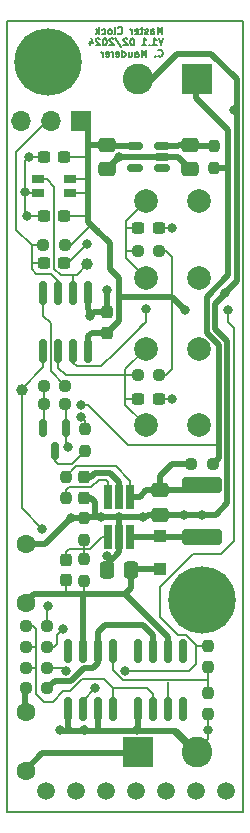
<source format=gbr>
%TF.GenerationSoftware,KiCad,Pcbnew,7.0.10*%
%TF.CreationDate,2024-02-17T17:59:33+01:00*%
%TF.ProjectId,Master_Clock,4d617374-6572-45f4-936c-6f636b2e6b69,1.1*%
%TF.SameCoordinates,Original*%
%TF.FileFunction,Copper,L2,Bot*%
%TF.FilePolarity,Positive*%
%FSLAX46Y46*%
G04 Gerber Fmt 4.6, Leading zero omitted, Abs format (unit mm)*
G04 Created by KiCad (PCBNEW 7.0.10) date 2024-02-17 17:59:33*
%MOMM*%
%LPD*%
G01*
G04 APERTURE LIST*
G04 Aperture macros list*
%AMRoundRect*
0 Rectangle with rounded corners*
0 $1 Rounding radius*
0 $2 $3 $4 $5 $6 $7 $8 $9 X,Y pos of 4 corners*
0 Add a 4 corners polygon primitive as box body*
4,1,4,$2,$3,$4,$5,$6,$7,$8,$9,$2,$3,0*
0 Add four circle primitives for the rounded corners*
1,1,$1+$1,$2,$3*
1,1,$1+$1,$4,$5*
1,1,$1+$1,$6,$7*
1,1,$1+$1,$8,$9*
0 Add four rect primitives between the rounded corners*
20,1,$1+$1,$2,$3,$4,$5,0*
20,1,$1+$1,$4,$5,$6,$7,0*
20,1,$1+$1,$6,$7,$8,$9,0*
20,1,$1+$1,$8,$9,$2,$3,0*%
G04 Aperture macros list end*
%ADD10C,0.150000*%
%TA.AperFunction,NonConductor*%
%ADD11C,0.150000*%
%TD*%
%TA.AperFunction,ComponentPad*%
%ADD12R,2.600000X2.600000*%
%TD*%
%TA.AperFunction,ComponentPad*%
%ADD13C,2.600000*%
%TD*%
%TA.AperFunction,ComponentPad*%
%ADD14C,5.700000*%
%TD*%
%TA.AperFunction,ComponentPad*%
%ADD15C,2.000000*%
%TD*%
%TA.AperFunction,ComponentPad*%
%ADD16C,1.600000*%
%TD*%
%TA.AperFunction,ComponentPad*%
%ADD17R,1.700000X1.700000*%
%TD*%
%TA.AperFunction,ComponentPad*%
%ADD18O,1.700000X1.700000*%
%TD*%
%TA.AperFunction,SMDPad,CuDef*%
%ADD19RoundRect,0.237500X0.300000X0.237500X-0.300000X0.237500X-0.300000X-0.237500X0.300000X-0.237500X0*%
%TD*%
%TA.AperFunction,SMDPad,CuDef*%
%ADD20RoundRect,0.250000X0.300000X-0.300000X0.300000X0.300000X-0.300000X0.300000X-0.300000X-0.300000X0*%
%TD*%
%TA.AperFunction,SMDPad,CuDef*%
%ADD21RoundRect,0.237500X-0.250000X-0.237500X0.250000X-0.237500X0.250000X0.237500X-0.250000X0.237500X0*%
%TD*%
%TA.AperFunction,SMDPad,CuDef*%
%ADD22RoundRect,0.150000X-0.150000X0.587500X-0.150000X-0.587500X0.150000X-0.587500X0.150000X0.587500X0*%
%TD*%
%TA.AperFunction,SMDPad,CuDef*%
%ADD23RoundRect,0.250000X-0.475000X0.337500X-0.475000X-0.337500X0.475000X-0.337500X0.475000X0.337500X0*%
%TD*%
%TA.AperFunction,SMDPad,CuDef*%
%ADD24RoundRect,0.237500X-0.237500X0.250000X-0.237500X-0.250000X0.237500X-0.250000X0.237500X0.250000X0*%
%TD*%
%TA.AperFunction,SMDPad,CuDef*%
%ADD25RoundRect,0.237500X-0.300000X-0.237500X0.300000X-0.237500X0.300000X0.237500X-0.300000X0.237500X0*%
%TD*%
%TA.AperFunction,SMDPad,CuDef*%
%ADD26C,1.500000*%
%TD*%
%TA.AperFunction,SMDPad,CuDef*%
%ADD27RoundRect,0.237500X-0.237500X0.300000X-0.237500X-0.300000X0.237500X-0.300000X0.237500X0.300000X0*%
%TD*%
%TA.AperFunction,SMDPad,CuDef*%
%ADD28RoundRect,0.237500X0.237500X-0.250000X0.237500X0.250000X-0.237500X0.250000X-0.237500X-0.250000X0*%
%TD*%
%TA.AperFunction,SMDPad,CuDef*%
%ADD29R,0.650000X2.000000*%
%TD*%
%TA.AperFunction,SMDPad,CuDef*%
%ADD30RoundRect,0.237500X0.237500X-0.300000X0.237500X0.300000X-0.237500X0.300000X-0.237500X-0.300000X0*%
%TD*%
%TA.AperFunction,SMDPad,CuDef*%
%ADD31C,1.000000*%
%TD*%
%TA.AperFunction,SMDPad,CuDef*%
%ADD32RoundRect,0.150000X0.150000X-0.825000X0.150000X0.825000X-0.150000X0.825000X-0.150000X-0.825000X0*%
%TD*%
%TA.AperFunction,SMDPad,CuDef*%
%ADD33RoundRect,0.237500X0.250000X0.237500X-0.250000X0.237500X-0.250000X-0.237500X0.250000X-0.237500X0*%
%TD*%
%TA.AperFunction,SMDPad,CuDef*%
%ADD34RoundRect,0.250000X-1.450000X0.400000X-1.450000X-0.400000X1.450000X-0.400000X1.450000X0.400000X0*%
%TD*%
%TA.AperFunction,SMDPad,CuDef*%
%ADD35RoundRect,0.150000X0.512500X0.150000X-0.512500X0.150000X-0.512500X-0.150000X0.512500X-0.150000X0*%
%TD*%
%TA.AperFunction,SMDPad,CuDef*%
%ADD36RoundRect,0.250000X0.337500X0.475000X-0.337500X0.475000X-0.337500X-0.475000X0.337500X-0.475000X0*%
%TD*%
%TA.AperFunction,SMDPad,CuDef*%
%ADD37R,1.050000X0.800000*%
%TD*%
%TA.AperFunction,ViaPad*%
%ADD38C,0.800000*%
%TD*%
%TA.AperFunction,Conductor*%
%ADD39C,0.500000*%
%TD*%
%TA.AperFunction,Conductor*%
%ADD40C,0.200000*%
%TD*%
%TA.AperFunction,Profile*%
%ADD41C,0.150000*%
%TD*%
G04 APERTURE END LIST*
D10*
D11*
X157158458Y-59103771D02*
X157158458Y-58503771D01*
X157158458Y-58503771D02*
X156958458Y-58932342D01*
X156958458Y-58932342D02*
X156758458Y-58503771D01*
X156758458Y-58503771D02*
X156758458Y-59103771D01*
X156215602Y-59103771D02*
X156215602Y-58789485D01*
X156215602Y-58789485D02*
X156244173Y-58732342D01*
X156244173Y-58732342D02*
X156301316Y-58703771D01*
X156301316Y-58703771D02*
X156415602Y-58703771D01*
X156415602Y-58703771D02*
X156472744Y-58732342D01*
X156215602Y-59075200D02*
X156272744Y-59103771D01*
X156272744Y-59103771D02*
X156415602Y-59103771D01*
X156415602Y-59103771D02*
X156472744Y-59075200D01*
X156472744Y-59075200D02*
X156501316Y-59018057D01*
X156501316Y-59018057D02*
X156501316Y-58960914D01*
X156501316Y-58960914D02*
X156472744Y-58903771D01*
X156472744Y-58903771D02*
X156415602Y-58875200D01*
X156415602Y-58875200D02*
X156272744Y-58875200D01*
X156272744Y-58875200D02*
X156215602Y-58846628D01*
X155958459Y-59075200D02*
X155901316Y-59103771D01*
X155901316Y-59103771D02*
X155787030Y-59103771D01*
X155787030Y-59103771D02*
X155729887Y-59075200D01*
X155729887Y-59075200D02*
X155701316Y-59018057D01*
X155701316Y-59018057D02*
X155701316Y-58989485D01*
X155701316Y-58989485D02*
X155729887Y-58932342D01*
X155729887Y-58932342D02*
X155787030Y-58903771D01*
X155787030Y-58903771D02*
X155872745Y-58903771D01*
X155872745Y-58903771D02*
X155929887Y-58875200D01*
X155929887Y-58875200D02*
X155958459Y-58818057D01*
X155958459Y-58818057D02*
X155958459Y-58789485D01*
X155958459Y-58789485D02*
X155929887Y-58732342D01*
X155929887Y-58732342D02*
X155872745Y-58703771D01*
X155872745Y-58703771D02*
X155787030Y-58703771D01*
X155787030Y-58703771D02*
X155729887Y-58732342D01*
X155529888Y-58703771D02*
X155301316Y-58703771D01*
X155444173Y-58503771D02*
X155444173Y-59018057D01*
X155444173Y-59018057D02*
X155415602Y-59075200D01*
X155415602Y-59075200D02*
X155358459Y-59103771D01*
X155358459Y-59103771D02*
X155301316Y-59103771D01*
X154872745Y-59075200D02*
X154929888Y-59103771D01*
X154929888Y-59103771D02*
X155044174Y-59103771D01*
X155044174Y-59103771D02*
X155101316Y-59075200D01*
X155101316Y-59075200D02*
X155129888Y-59018057D01*
X155129888Y-59018057D02*
X155129888Y-58789485D01*
X155129888Y-58789485D02*
X155101316Y-58732342D01*
X155101316Y-58732342D02*
X155044174Y-58703771D01*
X155044174Y-58703771D02*
X154929888Y-58703771D01*
X154929888Y-58703771D02*
X154872745Y-58732342D01*
X154872745Y-58732342D02*
X154844174Y-58789485D01*
X154844174Y-58789485D02*
X154844174Y-58846628D01*
X154844174Y-58846628D02*
X155129888Y-58903771D01*
X154587030Y-59103771D02*
X154587030Y-58703771D01*
X154587030Y-58818057D02*
X154558459Y-58760914D01*
X154558459Y-58760914D02*
X154529888Y-58732342D01*
X154529888Y-58732342D02*
X154472745Y-58703771D01*
X154472745Y-58703771D02*
X154415602Y-58703771D01*
X153415601Y-59046628D02*
X153444173Y-59075200D01*
X153444173Y-59075200D02*
X153529887Y-59103771D01*
X153529887Y-59103771D02*
X153587030Y-59103771D01*
X153587030Y-59103771D02*
X153672744Y-59075200D01*
X153672744Y-59075200D02*
X153729887Y-59018057D01*
X153729887Y-59018057D02*
X153758458Y-58960914D01*
X153758458Y-58960914D02*
X153787030Y-58846628D01*
X153787030Y-58846628D02*
X153787030Y-58760914D01*
X153787030Y-58760914D02*
X153758458Y-58646628D01*
X153758458Y-58646628D02*
X153729887Y-58589485D01*
X153729887Y-58589485D02*
X153672744Y-58532342D01*
X153672744Y-58532342D02*
X153587030Y-58503771D01*
X153587030Y-58503771D02*
X153529887Y-58503771D01*
X153529887Y-58503771D02*
X153444173Y-58532342D01*
X153444173Y-58532342D02*
X153415601Y-58560914D01*
X153072744Y-59103771D02*
X153129887Y-59075200D01*
X153129887Y-59075200D02*
X153158458Y-59018057D01*
X153158458Y-59018057D02*
X153158458Y-58503771D01*
X152758458Y-59103771D02*
X152815601Y-59075200D01*
X152815601Y-59075200D02*
X152844172Y-59046628D01*
X152844172Y-59046628D02*
X152872744Y-58989485D01*
X152872744Y-58989485D02*
X152872744Y-58818057D01*
X152872744Y-58818057D02*
X152844172Y-58760914D01*
X152844172Y-58760914D02*
X152815601Y-58732342D01*
X152815601Y-58732342D02*
X152758458Y-58703771D01*
X152758458Y-58703771D02*
X152672744Y-58703771D01*
X152672744Y-58703771D02*
X152615601Y-58732342D01*
X152615601Y-58732342D02*
X152587030Y-58760914D01*
X152587030Y-58760914D02*
X152558458Y-58818057D01*
X152558458Y-58818057D02*
X152558458Y-58989485D01*
X152558458Y-58989485D02*
X152587030Y-59046628D01*
X152587030Y-59046628D02*
X152615601Y-59075200D01*
X152615601Y-59075200D02*
X152672744Y-59103771D01*
X152672744Y-59103771D02*
X152758458Y-59103771D01*
X152044173Y-59075200D02*
X152101315Y-59103771D01*
X152101315Y-59103771D02*
X152215601Y-59103771D01*
X152215601Y-59103771D02*
X152272744Y-59075200D01*
X152272744Y-59075200D02*
X152301315Y-59046628D01*
X152301315Y-59046628D02*
X152329887Y-58989485D01*
X152329887Y-58989485D02*
X152329887Y-58818057D01*
X152329887Y-58818057D02*
X152301315Y-58760914D01*
X152301315Y-58760914D02*
X152272744Y-58732342D01*
X152272744Y-58732342D02*
X152215601Y-58703771D01*
X152215601Y-58703771D02*
X152101315Y-58703771D01*
X152101315Y-58703771D02*
X152044173Y-58732342D01*
X151787029Y-59103771D02*
X151787029Y-58503771D01*
X151729887Y-58875200D02*
X151558458Y-59103771D01*
X151558458Y-58703771D02*
X151787029Y-58932342D01*
X157244173Y-59469771D02*
X157044173Y-60069771D01*
X157044173Y-60069771D02*
X156844173Y-59469771D01*
X156329887Y-60069771D02*
X156672744Y-60069771D01*
X156501315Y-60069771D02*
X156501315Y-59469771D01*
X156501315Y-59469771D02*
X156558458Y-59555485D01*
X156558458Y-59555485D02*
X156615601Y-59612628D01*
X156615601Y-59612628D02*
X156672744Y-59641200D01*
X156072743Y-60012628D02*
X156044172Y-60041200D01*
X156044172Y-60041200D02*
X156072743Y-60069771D01*
X156072743Y-60069771D02*
X156101315Y-60041200D01*
X156101315Y-60041200D02*
X156072743Y-60012628D01*
X156072743Y-60012628D02*
X156072743Y-60069771D01*
X155472744Y-60069771D02*
X155815601Y-60069771D01*
X155644172Y-60069771D02*
X155644172Y-59469771D01*
X155644172Y-59469771D02*
X155701315Y-59555485D01*
X155701315Y-59555485D02*
X155758458Y-59612628D01*
X155758458Y-59612628D02*
X155815601Y-59641200D01*
X154644172Y-59469771D02*
X154587029Y-59469771D01*
X154587029Y-59469771D02*
X154529886Y-59498342D01*
X154529886Y-59498342D02*
X154501315Y-59526914D01*
X154501315Y-59526914D02*
X154472743Y-59584057D01*
X154472743Y-59584057D02*
X154444172Y-59698342D01*
X154444172Y-59698342D02*
X154444172Y-59841200D01*
X154444172Y-59841200D02*
X154472743Y-59955485D01*
X154472743Y-59955485D02*
X154501315Y-60012628D01*
X154501315Y-60012628D02*
X154529886Y-60041200D01*
X154529886Y-60041200D02*
X154587029Y-60069771D01*
X154587029Y-60069771D02*
X154644172Y-60069771D01*
X154644172Y-60069771D02*
X154701315Y-60041200D01*
X154701315Y-60041200D02*
X154729886Y-60012628D01*
X154729886Y-60012628D02*
X154758457Y-59955485D01*
X154758457Y-59955485D02*
X154787029Y-59841200D01*
X154787029Y-59841200D02*
X154787029Y-59698342D01*
X154787029Y-59698342D02*
X154758457Y-59584057D01*
X154758457Y-59584057D02*
X154729886Y-59526914D01*
X154729886Y-59526914D02*
X154701315Y-59498342D01*
X154701315Y-59498342D02*
X154644172Y-59469771D01*
X154215600Y-59526914D02*
X154187028Y-59498342D01*
X154187028Y-59498342D02*
X154129886Y-59469771D01*
X154129886Y-59469771D02*
X153987028Y-59469771D01*
X153987028Y-59469771D02*
X153929886Y-59498342D01*
X153929886Y-59498342D02*
X153901314Y-59526914D01*
X153901314Y-59526914D02*
X153872743Y-59584057D01*
X153872743Y-59584057D02*
X153872743Y-59641200D01*
X153872743Y-59641200D02*
X153901314Y-59726914D01*
X153901314Y-59726914D02*
X154244171Y-60069771D01*
X154244171Y-60069771D02*
X153872743Y-60069771D01*
X153187028Y-59441200D02*
X153701314Y-60212628D01*
X153015600Y-59526914D02*
X152987028Y-59498342D01*
X152987028Y-59498342D02*
X152929886Y-59469771D01*
X152929886Y-59469771D02*
X152787028Y-59469771D01*
X152787028Y-59469771D02*
X152729886Y-59498342D01*
X152729886Y-59498342D02*
X152701314Y-59526914D01*
X152701314Y-59526914D02*
X152672743Y-59584057D01*
X152672743Y-59584057D02*
X152672743Y-59641200D01*
X152672743Y-59641200D02*
X152701314Y-59726914D01*
X152701314Y-59726914D02*
X153044171Y-60069771D01*
X153044171Y-60069771D02*
X152672743Y-60069771D01*
X152301314Y-59469771D02*
X152244171Y-59469771D01*
X152244171Y-59469771D02*
X152187028Y-59498342D01*
X152187028Y-59498342D02*
X152158457Y-59526914D01*
X152158457Y-59526914D02*
X152129885Y-59584057D01*
X152129885Y-59584057D02*
X152101314Y-59698342D01*
X152101314Y-59698342D02*
X152101314Y-59841200D01*
X152101314Y-59841200D02*
X152129885Y-59955485D01*
X152129885Y-59955485D02*
X152158457Y-60012628D01*
X152158457Y-60012628D02*
X152187028Y-60041200D01*
X152187028Y-60041200D02*
X152244171Y-60069771D01*
X152244171Y-60069771D02*
X152301314Y-60069771D01*
X152301314Y-60069771D02*
X152358457Y-60041200D01*
X152358457Y-60041200D02*
X152387028Y-60012628D01*
X152387028Y-60012628D02*
X152415599Y-59955485D01*
X152415599Y-59955485D02*
X152444171Y-59841200D01*
X152444171Y-59841200D02*
X152444171Y-59698342D01*
X152444171Y-59698342D02*
X152415599Y-59584057D01*
X152415599Y-59584057D02*
X152387028Y-59526914D01*
X152387028Y-59526914D02*
X152358457Y-59498342D01*
X152358457Y-59498342D02*
X152301314Y-59469771D01*
X151872742Y-59526914D02*
X151844170Y-59498342D01*
X151844170Y-59498342D02*
X151787028Y-59469771D01*
X151787028Y-59469771D02*
X151644170Y-59469771D01*
X151644170Y-59469771D02*
X151587028Y-59498342D01*
X151587028Y-59498342D02*
X151558456Y-59526914D01*
X151558456Y-59526914D02*
X151529885Y-59584057D01*
X151529885Y-59584057D02*
X151529885Y-59641200D01*
X151529885Y-59641200D02*
X151558456Y-59726914D01*
X151558456Y-59726914D02*
X151901313Y-60069771D01*
X151901313Y-60069771D02*
X151529885Y-60069771D01*
X151015599Y-59669771D02*
X151015599Y-60069771D01*
X151158456Y-59441200D02*
X151301313Y-59869771D01*
X151301313Y-59869771D02*
X150929884Y-59869771D01*
X156815601Y-60978628D02*
X156844173Y-61007200D01*
X156844173Y-61007200D02*
X156929887Y-61035771D01*
X156929887Y-61035771D02*
X156987030Y-61035771D01*
X156987030Y-61035771D02*
X157072744Y-61007200D01*
X157072744Y-61007200D02*
X157129887Y-60950057D01*
X157129887Y-60950057D02*
X157158458Y-60892914D01*
X157158458Y-60892914D02*
X157187030Y-60778628D01*
X157187030Y-60778628D02*
X157187030Y-60692914D01*
X157187030Y-60692914D02*
X157158458Y-60578628D01*
X157158458Y-60578628D02*
X157129887Y-60521485D01*
X157129887Y-60521485D02*
X157072744Y-60464342D01*
X157072744Y-60464342D02*
X156987030Y-60435771D01*
X156987030Y-60435771D02*
X156929887Y-60435771D01*
X156929887Y-60435771D02*
X156844173Y-60464342D01*
X156844173Y-60464342D02*
X156815601Y-60492914D01*
X156558458Y-60978628D02*
X156529887Y-61007200D01*
X156529887Y-61007200D02*
X156558458Y-61035771D01*
X156558458Y-61035771D02*
X156587030Y-61007200D01*
X156587030Y-61007200D02*
X156558458Y-60978628D01*
X156558458Y-60978628D02*
X156558458Y-61035771D01*
X155815601Y-61035771D02*
X155815601Y-60435771D01*
X155815601Y-60435771D02*
X155615601Y-60864342D01*
X155615601Y-60864342D02*
X155415601Y-60435771D01*
X155415601Y-60435771D02*
X155415601Y-61035771D01*
X154872745Y-61035771D02*
X154872745Y-60721485D01*
X154872745Y-60721485D02*
X154901316Y-60664342D01*
X154901316Y-60664342D02*
X154958459Y-60635771D01*
X154958459Y-60635771D02*
X155072745Y-60635771D01*
X155072745Y-60635771D02*
X155129887Y-60664342D01*
X154872745Y-61007200D02*
X154929887Y-61035771D01*
X154929887Y-61035771D02*
X155072745Y-61035771D01*
X155072745Y-61035771D02*
X155129887Y-61007200D01*
X155129887Y-61007200D02*
X155158459Y-60950057D01*
X155158459Y-60950057D02*
X155158459Y-60892914D01*
X155158459Y-60892914D02*
X155129887Y-60835771D01*
X155129887Y-60835771D02*
X155072745Y-60807200D01*
X155072745Y-60807200D02*
X154929887Y-60807200D01*
X154929887Y-60807200D02*
X154872745Y-60778628D01*
X154329888Y-60635771D02*
X154329888Y-61035771D01*
X154587030Y-60635771D02*
X154587030Y-60950057D01*
X154587030Y-60950057D02*
X154558459Y-61007200D01*
X154558459Y-61007200D02*
X154501316Y-61035771D01*
X154501316Y-61035771D02*
X154415602Y-61035771D01*
X154415602Y-61035771D02*
X154358459Y-61007200D01*
X154358459Y-61007200D02*
X154329888Y-60978628D01*
X153787031Y-61035771D02*
X153787031Y-60435771D01*
X153787031Y-61007200D02*
X153844173Y-61035771D01*
X153844173Y-61035771D02*
X153958459Y-61035771D01*
X153958459Y-61035771D02*
X154015602Y-61007200D01*
X154015602Y-61007200D02*
X154044173Y-60978628D01*
X154044173Y-60978628D02*
X154072745Y-60921485D01*
X154072745Y-60921485D02*
X154072745Y-60750057D01*
X154072745Y-60750057D02*
X154044173Y-60692914D01*
X154044173Y-60692914D02*
X154015602Y-60664342D01*
X154015602Y-60664342D02*
X153958459Y-60635771D01*
X153958459Y-60635771D02*
X153844173Y-60635771D01*
X153844173Y-60635771D02*
X153787031Y-60664342D01*
X153272745Y-61007200D02*
X153329888Y-61035771D01*
X153329888Y-61035771D02*
X153444174Y-61035771D01*
X153444174Y-61035771D02*
X153501316Y-61007200D01*
X153501316Y-61007200D02*
X153529888Y-60950057D01*
X153529888Y-60950057D02*
X153529888Y-60721485D01*
X153529888Y-60721485D02*
X153501316Y-60664342D01*
X153501316Y-60664342D02*
X153444174Y-60635771D01*
X153444174Y-60635771D02*
X153329888Y-60635771D01*
X153329888Y-60635771D02*
X153272745Y-60664342D01*
X153272745Y-60664342D02*
X153244174Y-60721485D01*
X153244174Y-60721485D02*
X153244174Y-60778628D01*
X153244174Y-60778628D02*
X153529888Y-60835771D01*
X152987030Y-61035771D02*
X152987030Y-60635771D01*
X152987030Y-60750057D02*
X152958459Y-60692914D01*
X152958459Y-60692914D02*
X152929888Y-60664342D01*
X152929888Y-60664342D02*
X152872745Y-60635771D01*
X152872745Y-60635771D02*
X152815602Y-60635771D01*
X152387030Y-61007200D02*
X152444173Y-61035771D01*
X152444173Y-61035771D02*
X152558459Y-61035771D01*
X152558459Y-61035771D02*
X152615601Y-61007200D01*
X152615601Y-61007200D02*
X152644173Y-60950057D01*
X152644173Y-60950057D02*
X152644173Y-60721485D01*
X152644173Y-60721485D02*
X152615601Y-60664342D01*
X152615601Y-60664342D02*
X152558459Y-60635771D01*
X152558459Y-60635771D02*
X152444173Y-60635771D01*
X152444173Y-60635771D02*
X152387030Y-60664342D01*
X152387030Y-60664342D02*
X152358459Y-60721485D01*
X152358459Y-60721485D02*
X152358459Y-60778628D01*
X152358459Y-60778628D02*
X152644173Y-60835771D01*
X152101315Y-61035771D02*
X152101315Y-60635771D01*
X152101315Y-60750057D02*
X152072744Y-60692914D01*
X152072744Y-60692914D02*
X152044173Y-60664342D01*
X152044173Y-60664342D02*
X151987030Y-60635771D01*
X151987030Y-60635771D02*
X151929887Y-60635771D01*
D12*
%TO.P,J2,1,Pin_1*%
%TO.N,/SlaveClock*%
X155100000Y-119900000D03*
D13*
%TO.P,J2,2,Pin_2*%
%TO.N,GND*%
X160100000Y-119900000D03*
%TD*%
D14*
%TO.P,H1,1*%
%TO.N,N/C*%
X147500000Y-61500000D03*
%TD*%
D15*
%TO.P,SW1,1,1*%
%TO.N,/Key1*%
X155750000Y-79750000D03*
X155750000Y-73250000D03*
%TO.P,SW1,2,2*%
%TO.N,GND*%
X160250000Y-79750000D03*
X160250000Y-73250000D03*
%TD*%
D16*
%TO.P,C5,1*%
%TO.N,Net-(C5-Pad1)*%
X145600000Y-116500000D03*
%TO.P,C5,2*%
%TO.N,/SlaveClock*%
X145600000Y-121500000D03*
%TD*%
D14*
%TO.P,H2,1*%
%TO.N,N/C*%
X160500000Y-107000000D03*
%TD*%
D17*
%TO.P,J3,1,Pin_1*%
%TO.N,+1V8*%
X150250000Y-66500000D03*
D18*
%TO.P,J3,2,Pin_2*%
%TO.N,/~{RESET}{slash}UPDI*%
X147710000Y-66500000D03*
%TO.P,J3,3,Pin_3*%
%TO.N,GND*%
X145170000Y-66500000D03*
%TD*%
D15*
%TO.P,SW2,1,1*%
%TO.N,/Key2*%
X155750000Y-92250000D03*
X155750000Y-85750000D03*
%TO.P,SW2,2,2*%
%TO.N,GND*%
X160250000Y-92250000D03*
X160250000Y-85750000D03*
%TD*%
D12*
%TO.P,J1,1,Pin_1*%
%TO.N,+BATT*%
X160100000Y-62900000D03*
D13*
%TO.P,J1,2,Pin_2*%
%TO.N,GND*%
X155100000Y-62900000D03*
%TD*%
D16*
%TO.P,C4,1*%
%TO.N,+24V*%
X145600000Y-107275000D03*
%TO.P,C4,2*%
%TO.N,GND*%
X145600000Y-102275000D03*
%TD*%
D19*
%TO.P,C13,1*%
%TO.N,+1V8*%
X148862500Y-74500000D03*
%TO.P,C13,2*%
%TO.N,GND*%
X147137500Y-74500000D03*
%TD*%
D20*
%TO.P,D1,1,K*%
%TO.N,+24V*%
X157000000Y-104400000D03*
%TO.P,D1,2,A*%
%TO.N,Net-(D1-A)*%
X157000000Y-101600000D03*
%TD*%
D21*
%TO.P,R10,1*%
%TO.N,Net-(Q1-B)*%
X147137500Y-90437500D03*
%TO.P,R10,2*%
%TO.N,GND*%
X148962500Y-90437500D03*
%TD*%
D22*
%TO.P,Q1,1,B*%
%TO.N,Net-(Q1-B)*%
X147100000Y-92500000D03*
%TO.P,Q1,2,E*%
%TO.N,GND*%
X149000000Y-92500000D03*
%TO.P,Q1,3,C*%
%TO.N,Net-(Q1-C)*%
X148050000Y-94375000D03*
%TD*%
D23*
%TO.P,C9,1*%
%TO.N,+1V8*%
X152500000Y-68462500D03*
%TO.P,C9,2*%
%TO.N,GND*%
X152500000Y-70537500D03*
%TD*%
D24*
%TO.P,R5,1*%
%TO.N,Net-(D2-K)*%
X150600000Y-92587500D03*
%TO.P,R5,2*%
%TO.N,Net-(Q1-C)*%
X150600000Y-94412500D03*
%TD*%
D25*
%TO.P,C12,1*%
%TO.N,/Key2*%
X155137500Y-90000000D03*
%TO.P,C12,2*%
%TO.N,GND*%
X156862500Y-90000000D03*
%TD*%
D21*
%TO.P,R13,1*%
%TO.N,Net-(U2-Vin)*%
X159587500Y-95500000D03*
%TO.P,R13,2*%
%TO.N,+BATT*%
X161412500Y-95500000D03*
%TD*%
D26*
%TO.P,REF\u002A\u002A,1*%
%TO.N,N/C*%
X152400000Y-123200000D03*
%TD*%
D19*
%TO.P,C14,1*%
%TO.N,+1V8*%
X148862500Y-69500000D03*
%TO.P,C14,2*%
%TO.N,GND*%
X147137500Y-69500000D03*
%TD*%
D27*
%TO.P,C6,1*%
%TO.N,Net-(U2-INTVCC)*%
X150500000Y-96637500D03*
%TO.P,C6,2*%
%TO.N,GND*%
X150500000Y-98362500D03*
%TD*%
D24*
%TO.P,R14,1*%
%TO.N,Net-(U4-VI)*%
X161500000Y-68587500D03*
%TO.P,R14,2*%
%TO.N,+BATT*%
X161500000Y-70412500D03*
%TD*%
D28*
%TO.P,R2,1*%
%TO.N,+24V*%
X150500000Y-105412500D03*
%TO.P,R2,2*%
%TO.N,Net-(U2-FBX)*%
X150500000Y-103587500D03*
%TD*%
%TO.P,R4,1*%
%TO.N,Net-(U2-FBX)*%
X150500000Y-101912500D03*
%TO.P,R4,2*%
%TO.N,GND*%
X150500000Y-100087500D03*
%TD*%
D29*
%TO.P,U2,1,SW*%
%TO.N,Net-(D1-A)*%
X154450000Y-101710000D03*
%TO.P,U2,2,GND*%
%TO.N,GND*%
X153500000Y-101710000D03*
%TO.P,U2,3,FBX*%
%TO.N,Net-(U2-FBX)*%
X152550000Y-101710000D03*
%TO.P,U2,4,EN/UVLO*%
%TO.N,Net-(U2-EN{slash}UVLO)*%
X152550000Y-98290000D03*
%TO.P,U2,5,INTVCC*%
%TO.N,Net-(U2-INTVCC)*%
X153500000Y-98290000D03*
%TO.P,U2,6,Vin*%
%TO.N,Net-(U2-Vin)*%
X154450000Y-98290000D03*
%TD*%
D30*
%TO.P,C1,1*%
%TO.N,+24V*%
X149000000Y-105362500D03*
%TO.P,C1,2*%
%TO.N,Net-(U2-FBX)*%
X149000000Y-103637500D03*
%TD*%
D31*
%TO.P,TP2,1,1*%
%TO.N,/MinPulse*%
X145250000Y-89250000D03*
%TD*%
%TO.P,TP1,1,1*%
%TO.N,/32kHz*%
X150800000Y-78600000D03*
%TD*%
D32*
%TO.P,U5,1,VCC*%
%TO.N,+1V8*%
X150905000Y-85975000D03*
%TO.P,U5,2,PA6*%
%TO.N,/Key1*%
X149635000Y-85975000D03*
%TO.P,U5,3,PA7*%
%TO.N,/Key2*%
X148365000Y-85975000D03*
%TO.P,U5,4,PA1*%
%TO.N,/MinPulse*%
X147095000Y-85975000D03*
%TO.P,U5,5,PA2*%
%TO.N,/LED*%
X147095000Y-81025000D03*
%TO.P,U5,6,~{RESET}/PA0*%
%TO.N,/~{RESET}{slash}UPDI*%
X148365000Y-81025000D03*
%TO.P,U5,7,PA3*%
%TO.N,/32kHz*%
X149635000Y-81025000D03*
%TO.P,U5,8,GND*%
%TO.N,GND*%
X150905000Y-81025000D03*
%TD*%
D25*
%TO.P,C11,1*%
%TO.N,/Key1*%
X155137500Y-75500000D03*
%TO.P,C11,2*%
%TO.N,GND*%
X156862500Y-75500000D03*
%TD*%
D33*
%TO.P,R15,1*%
%TO.N,/MinPulse*%
X147412500Y-109250000D03*
%TO.P,R15,2*%
%TO.N,Net-(U1A-+)*%
X145587500Y-109250000D03*
%TD*%
D26*
%TO.P,REF\u002A\u002A,1*%
%TO.N,N/C*%
X157480000Y-123200000D03*
%TD*%
D34*
%TO.P,L1,1,1*%
%TO.N,Net-(U2-Vin)*%
X160500000Y-97275000D03*
%TO.P,L1,2,2*%
%TO.N,Net-(D1-A)*%
X160500000Y-101725000D03*
%TD*%
D32*
%TO.P,U3,1,NULL*%
%TO.N,unconnected-(U3-NULL-Pad1)*%
X158905000Y-116275000D03*
%TO.P,U3,2,-*%
%TO.N,Net-(U1A--)*%
X157635000Y-116275000D03*
%TO.P,U3,3,+*%
%TO.N,Net-(U1A-+)*%
X156365000Y-116275000D03*
%TO.P,U3,4,V-*%
%TO.N,GND*%
X155095000Y-116275000D03*
%TO.P,U3,5,NULL*%
%TO.N,unconnected-(U3-NULL-Pad5)*%
X155095000Y-111325000D03*
%TO.P,U3,6*%
%TO.N,Net-(R11-Pad1)*%
X156365000Y-111325000D03*
%TO.P,U3,7,V+*%
%TO.N,+24V*%
X157635000Y-111325000D03*
%TO.P,U3,8,NC*%
%TO.N,unconnected-(U3-NC-Pad8)*%
X158905000Y-111325000D03*
%TD*%
D33*
%TO.P,R8,1*%
%TO.N,+1V8*%
X156912500Y-88000000D03*
%TO.P,R8,2*%
%TO.N,/Key2*%
X155087500Y-88000000D03*
%TD*%
D25*
%TO.P,C10,1*%
%TO.N,/~{RESET}{slash}UPDI*%
X147137500Y-78500000D03*
%TO.P,C10,2*%
%TO.N,GND*%
X148862500Y-78500000D03*
%TD*%
D30*
%TO.P,C7,1*%
%TO.N,+1V8*%
X152500000Y-84387500D03*
%TO.P,C7,2*%
%TO.N,GND*%
X152500000Y-82662500D03*
%TD*%
D33*
%TO.P,R16,1*%
%TO.N,+1V8*%
X147412500Y-112750000D03*
%TO.P,R16,2*%
%TO.N,Net-(U1A-+)*%
X145587500Y-112750000D03*
%TD*%
%TO.P,R9,1*%
%TO.N,/LED*%
X148962500Y-88937500D03*
%TO.P,R9,2*%
%TO.N,Net-(Q1-B)*%
X147137500Y-88937500D03*
%TD*%
D21*
%TO.P,R17,1*%
%TO.N,Net-(U1A-+)*%
X145587500Y-111000000D03*
%TO.P,R17,2*%
%TO.N,GND*%
X147412500Y-111000000D03*
%TD*%
D33*
%TO.P,R7,1*%
%TO.N,+1V8*%
X156912500Y-77500000D03*
%TO.P,R7,2*%
%TO.N,/Key1*%
X155087500Y-77500000D03*
%TD*%
D26*
%TO.P,REF\u002A\u002A,1*%
%TO.N,N/C*%
X154940000Y-123200000D03*
%TD*%
%TO.P,REF\u002A\u002A,1*%
%TO.N,N/C*%
X149860000Y-123200000D03*
%TD*%
D28*
%TO.P,R12,1*%
%TO.N,Net-(U2-EN{slash}UVLO)*%
X149000000Y-98412500D03*
%TO.P,R12,2*%
%TO.N,Net-(U2-Vin)*%
X149000000Y-96587500D03*
%TD*%
D33*
%TO.P,R6,1*%
%TO.N,+1V8*%
X148912500Y-77000000D03*
%TO.P,R6,2*%
%TO.N,/~{RESET}{slash}UPDI*%
X147087500Y-77000000D03*
%TD*%
D24*
%TO.P,R1,1*%
%TO.N,+1V8*%
X161000000Y-110887500D03*
%TO.P,R1,2*%
%TO.N,Net-(U1A--)*%
X161000000Y-112712500D03*
%TD*%
D35*
%TO.P,U4,1,VI*%
%TO.N,Net-(U4-VI)*%
X157137500Y-68550000D03*
%TO.P,U4,2,GND*%
%TO.N,GND*%
X157137500Y-69500000D03*
%TO.P,U4,3,NC*%
%TO.N,unconnected-(U4-NC-Pad3)*%
X157137500Y-70450000D03*
%TO.P,U4,4,NC*%
%TO.N,unconnected-(U4-NC-Pad4)*%
X154862500Y-70450000D03*
%TO.P,U4,5,VO*%
%TO.N,+1V8*%
X154862500Y-68550000D03*
%TD*%
D23*
%TO.P,C2,1*%
%TO.N,Net-(U2-Vin)*%
X157000000Y-97737500D03*
%TO.P,C2,2*%
%TO.N,GND*%
X157000000Y-99812500D03*
%TD*%
%TO.P,C8,1*%
%TO.N,Net-(U4-VI)*%
X159500000Y-68462500D03*
%TO.P,C8,2*%
%TO.N,GND*%
X159500000Y-70537500D03*
%TD*%
D32*
%TO.P,U1,1,+*%
%TO.N,Net-(U1A-+)*%
X153000000Y-116275000D03*
%TO.P,U1,2,V-*%
%TO.N,GND*%
X151730000Y-116275000D03*
%TO.P,U1,3,+*%
%TO.N,+1V8*%
X150460000Y-116275000D03*
%TO.P,U1,4,-*%
%TO.N,GND*%
X149190000Y-116275000D03*
%TO.P,U1,5*%
%TO.N,unconnected-(U1-Pad5)*%
X149190000Y-111325000D03*
%TO.P,U1,6,V+*%
%TO.N,+24V*%
X150460000Y-111325000D03*
%TO.P,U1,7*%
%TO.N,Net-(R11-Pad1)*%
X151730000Y-111325000D03*
%TO.P,U1,8,-*%
%TO.N,Net-(U1A--)*%
X153000000Y-111325000D03*
%TD*%
D26*
%TO.P,REF\u002A\u002A,1*%
%TO.N,N/C*%
X160020000Y-123190000D03*
%TD*%
%TO.P,REF\u002A\u002A,1*%
%TO.N,N/C*%
X162560000Y-123190000D03*
%TD*%
D36*
%TO.P,C3,1*%
%TO.N,+24V*%
X154537500Y-104500000D03*
%TO.P,C3,2*%
%TO.N,GND*%
X152462500Y-104500000D03*
%TD*%
D37*
%TO.P,X1,1,VIO*%
%TO.N,+1V8*%
X149325000Y-72600000D03*
%TO.P,X1,2,GND*%
%TO.N,GND*%
X146675000Y-72600000D03*
%TO.P,X1,3,OUT*%
%TO.N,/32kHz*%
X146675000Y-71400000D03*
%TO.P,X1,4,Vcc*%
%TO.N,+1V8*%
X149325000Y-71400000D03*
%TD*%
D26*
%TO.P,REF\u002A\u002A,1*%
%TO.N,N/C*%
X147320000Y-123200000D03*
%TD*%
D33*
%TO.P,R11,1*%
%TO.N,Net-(R11-Pad1)*%
X147412500Y-114500000D03*
%TO.P,R11,2*%
%TO.N,Net-(C5-Pad1)*%
X145587500Y-114500000D03*
%TD*%
D24*
%TO.P,R3,1*%
%TO.N,Net-(U1A--)*%
X161000000Y-114887500D03*
%TO.P,R3,2*%
%TO.N,GND*%
X161000000Y-116712500D03*
%TD*%
D38*
%TO.N,+BATT*%
X150300000Y-90500000D03*
%TO.N,GND*%
X162500000Y-81000000D03*
X150500000Y-118000000D03*
X149412500Y-100087500D03*
X153537500Y-69500000D03*
X148500000Y-118000000D03*
X145700000Y-74500000D03*
X161000000Y-118000000D03*
X145500000Y-72500000D03*
X160500000Y-99812500D03*
X152500000Y-80800000D03*
X148750000Y-109500000D03*
X153500000Y-100000000D03*
X152500000Y-103309502D03*
X150800000Y-76900000D03*
X155500000Y-100000000D03*
X163200000Y-65500000D03*
X145900000Y-69500000D03*
X152000000Y-100000000D03*
X158000000Y-90000000D03*
X159000000Y-99812500D03*
X149200000Y-94100000D03*
X158000000Y-75500000D03*
X155000000Y-118000000D03*
X151000000Y-83000000D03*
%TO.N,+1V8*%
X154000000Y-113000000D03*
X162700000Y-82500000D03*
X151500000Y-114500000D03*
X149000000Y-113000000D03*
X159100000Y-82500000D03*
%TO.N,/Key1*%
X155750000Y-82400000D03*
%TO.N,Net-(D2-K)*%
X150300000Y-91500000D03*
%TO.N,/MinPulse*%
X147500000Y-107500000D03*
X147000000Y-101000000D03*
%TD*%
D39*
%TO.N,+24V*%
X149000000Y-106500000D02*
X146275000Y-106500000D01*
X154000000Y-106500000D02*
X154500000Y-106000000D01*
X157635000Y-110135000D02*
X154000000Y-106500000D01*
X150460000Y-111325000D02*
X150460000Y-106540000D01*
D40*
X150500000Y-105412500D02*
X150500000Y-106500000D01*
D39*
X154500000Y-104537500D02*
X154500000Y-106000000D01*
X146275000Y-106500000D02*
X145500000Y-107275000D01*
X150500000Y-106500000D02*
X154000000Y-106500000D01*
X149400000Y-106500000D02*
X149000000Y-106500000D01*
X157635000Y-111325000D02*
X157635000Y-110135000D01*
X150500000Y-106500000D02*
X149400000Y-106500000D01*
X150460000Y-106540000D02*
X150500000Y-106500000D01*
D40*
X149000000Y-105362500D02*
X149000000Y-106500000D01*
D39*
X157000000Y-104400000D02*
X154637500Y-104400000D01*
D40*
%TO.N,Net-(U2-FBX)*%
X150500000Y-102750000D02*
X151000000Y-102750000D01*
X150500000Y-101912500D02*
X150500000Y-102750000D01*
X149250000Y-102750000D02*
X150500000Y-102750000D01*
X150500000Y-103587500D02*
X150500000Y-102750000D01*
X152040000Y-101710000D02*
X151000000Y-102750000D01*
X149000000Y-103637500D02*
X149000000Y-103000000D01*
X152550000Y-101710000D02*
X152040000Y-101710000D01*
X149000000Y-103000000D02*
X149250000Y-102750000D01*
D39*
%TO.N,+BATT*%
X162750000Y-79547918D02*
X162750000Y-70500000D01*
X161950000Y-94962500D02*
X161412500Y-95500000D01*
X160950000Y-81347918D02*
X162750000Y-79547918D01*
X160950000Y-84399390D02*
X160950000Y-81347918D01*
X162662500Y-70412500D02*
X161500000Y-70412500D01*
X161950000Y-85399390D02*
X160950000Y-84399390D01*
X161950000Y-93900000D02*
X161950000Y-85399390D01*
X162750000Y-70500000D02*
X162662500Y-70412500D01*
X162750000Y-67250000D02*
X160000000Y-64500000D01*
X162750000Y-70500000D02*
X162750000Y-67250000D01*
X161950000Y-93900000D02*
X161950000Y-94962500D01*
D40*
X154300000Y-93900000D02*
X161950000Y-93900000D01*
D39*
X160000000Y-64500000D02*
X160000000Y-63000000D01*
D40*
X150300000Y-90500000D02*
X150900000Y-90500000D01*
X150900000Y-90500000D02*
X154300000Y-93900000D01*
%TO.N,GND*%
X145500000Y-69900000D02*
X145900000Y-69500000D01*
D39*
X160500000Y-99812500D02*
X157000000Y-99812500D01*
D40*
X148250000Y-110750000D02*
X148250000Y-110000000D01*
D39*
X161687500Y-99812500D02*
X159000000Y-99812500D01*
X149190000Y-117840000D02*
X149500000Y-118150000D01*
X151500000Y-100000000D02*
X153500000Y-100000000D01*
X158200000Y-118200000D02*
X160000000Y-120000000D01*
D40*
X156862500Y-90000000D02*
X158000000Y-90000000D01*
X148000000Y-111000000D02*
X148250000Y-110750000D01*
D39*
X149412500Y-100087500D02*
X147225000Y-102275000D01*
X162650000Y-98850000D02*
X161687500Y-99812500D01*
D40*
X145900000Y-69500000D02*
X147137500Y-69500000D01*
D39*
X151500000Y-118150000D02*
X154400000Y-118150000D01*
X150635000Y-117865000D02*
X150500000Y-118000000D01*
X151500000Y-98750000D02*
X151500000Y-100000000D01*
X153500000Y-100000000D02*
X155750000Y-100000000D01*
X161650000Y-82000000D02*
X161650000Y-84109440D01*
D40*
X156862500Y-75500000D02*
X158000000Y-75500000D01*
D39*
X153500000Y-101710000D02*
X153500000Y-100000000D01*
X150905000Y-82205000D02*
X151000000Y-83000000D01*
X157000000Y-99812500D02*
X159000000Y-99812500D01*
D40*
X147137500Y-74500000D02*
X145700000Y-74500000D01*
D39*
X162500000Y-81150000D02*
X161650000Y-82000000D01*
D40*
X148250000Y-110000000D02*
X148750000Y-109500000D01*
D39*
X149500000Y-118150000D02*
X151500000Y-118150000D01*
D40*
X149200000Y-78500000D02*
X150800000Y-76900000D01*
X161000000Y-116712500D02*
X161000000Y-118000000D01*
D39*
X154000000Y-118150000D02*
X158350000Y-118150000D01*
X151000000Y-83000000D02*
X151362500Y-82662500D01*
X158350000Y-118150000D02*
X160100000Y-119900000D01*
X153500000Y-101710000D02*
X153500000Y-102985000D01*
X148550000Y-118150000D02*
X149500000Y-118150000D01*
X151112500Y-98362500D02*
X151500000Y-98750000D01*
X163450000Y-62950000D02*
X163450000Y-80050000D01*
D40*
X146675000Y-72600000D02*
X145500000Y-72600000D01*
D39*
X162650000Y-85109440D02*
X162650000Y-98850000D01*
X151730000Y-116275000D02*
X151730000Y-117920000D01*
D40*
X149000000Y-92500000D02*
X149000000Y-90475000D01*
D39*
X155095000Y-117905000D02*
X155000000Y-118000000D01*
D40*
X145500000Y-72600000D02*
X145500000Y-72500000D01*
D39*
X153537500Y-69500000D02*
X157137500Y-69500000D01*
D40*
X149000000Y-93900000D02*
X149200000Y-94100000D01*
X145700000Y-74500000D02*
X145500000Y-74300000D01*
D39*
X150500000Y-118000000D02*
X150635000Y-118135000D01*
X162500000Y-81000000D02*
X162500000Y-81150000D01*
X161300000Y-60800000D02*
X163450000Y-62950000D01*
X161650000Y-84109440D02*
X162650000Y-85109440D01*
X155750000Y-100000000D02*
X155937500Y-99812500D01*
D40*
X161000000Y-118000000D02*
X161000000Y-118800000D01*
D39*
X149190000Y-116275000D02*
X149190000Y-117840000D01*
X150635000Y-118135000D02*
X150635000Y-118165000D01*
D40*
X145500000Y-74300000D02*
X145500000Y-72600000D01*
D39*
X151730000Y-117920000D02*
X151500000Y-118150000D01*
D40*
X149000000Y-92500000D02*
X149000000Y-93900000D01*
D39*
X148500000Y-118000000D02*
X148500000Y-118100000D01*
X151362500Y-82662500D02*
X152500000Y-82662500D01*
X155095000Y-116275000D02*
X155095000Y-117905000D01*
X147225000Y-102275000D02*
X145500000Y-102275000D01*
X150500000Y-98362500D02*
X151112500Y-98362500D01*
D40*
X160000000Y-119800000D02*
X161000000Y-118800000D01*
D39*
X158462500Y-69500000D02*
X159500000Y-70537500D01*
X155000000Y-63000000D02*
X156200000Y-63000000D01*
X148400000Y-118000000D02*
X148500000Y-118000000D01*
X153537500Y-69500000D02*
X152500000Y-70537500D01*
D40*
X147412500Y-111000000D02*
X148000000Y-111000000D01*
D39*
X157137500Y-69500000D02*
X158462500Y-69500000D01*
X163450000Y-80050000D02*
X162500000Y-81000000D01*
X154000000Y-118150000D02*
X154400000Y-118150000D01*
X150905000Y-81025000D02*
X150905000Y-82205000D01*
X155937500Y-99812500D02*
X157000000Y-99812500D01*
X152462500Y-104022500D02*
X152462500Y-104500000D01*
X150500000Y-100087500D02*
X149412500Y-100087500D01*
X153500000Y-102985000D02*
X152462500Y-104022500D01*
D40*
X145500000Y-72500000D02*
X145500000Y-69900000D01*
D39*
X152500000Y-82662500D02*
X152500000Y-80800000D01*
X150500000Y-100000000D02*
X151500000Y-100000000D01*
X156200000Y-63000000D02*
X158400000Y-60800000D01*
X158400000Y-60800000D02*
X161300000Y-60800000D01*
%TO.N,Net-(C5-Pad1)*%
X145587500Y-114500000D02*
X145500000Y-114587500D01*
X145500000Y-114587500D02*
X145500000Y-116500000D01*
%TO.N,/SlaveClock*%
X147000000Y-120000000D02*
X155000000Y-120000000D01*
X145500000Y-121500000D02*
X147000000Y-120000000D01*
%TO.N,Net-(U2-INTVCC)*%
X153500000Y-98290000D02*
X153500000Y-97000000D01*
X151500000Y-96250000D02*
X151112500Y-96637500D01*
X151112500Y-96637500D02*
X150500000Y-96637500D01*
X153500000Y-97000000D02*
X152750000Y-96250000D01*
X152750000Y-96250000D02*
X151500000Y-96250000D01*
%TO.N,+1V8*%
X151600000Y-75700000D02*
X151900000Y-76000000D01*
D40*
X150800000Y-72600000D02*
X150900000Y-72700000D01*
X159800000Y-103100000D02*
X162100000Y-103100000D01*
D39*
X150900000Y-68500000D02*
X150937500Y-68462500D01*
D40*
X156912500Y-88000000D02*
X157500000Y-88000000D01*
D39*
X150900000Y-75000000D02*
X150900000Y-74500000D01*
X151900000Y-76000000D02*
X151150000Y-75250000D01*
X150905000Y-85975000D02*
X150905000Y-84695000D01*
X150900000Y-69500000D02*
X150900000Y-68500000D01*
D40*
X158000000Y-87500000D02*
X158000000Y-81400000D01*
D39*
X153500000Y-79800000D02*
X153500000Y-81400000D01*
X150937500Y-68462500D02*
X152500000Y-68462500D01*
X150900000Y-74500000D02*
X150900000Y-72700000D01*
D40*
X157500000Y-77500000D02*
X156912500Y-77500000D01*
X160000000Y-110800000D02*
X160087500Y-110887500D01*
X159200000Y-110000000D02*
X158500000Y-110000000D01*
D39*
X152700000Y-79000000D02*
X153500000Y-79800000D01*
D40*
X157000000Y-105900000D02*
X159800000Y-103100000D01*
X157500000Y-88000000D02*
X158000000Y-87500000D01*
X148862500Y-74500000D02*
X150900000Y-74500000D01*
D39*
X150900000Y-67275000D02*
X150025000Y-66400000D01*
X151150000Y-75250000D02*
X150900000Y-75000000D01*
D40*
X160000000Y-112458278D02*
X160000000Y-110800000D01*
D39*
X150900000Y-68500000D02*
X150900000Y-67562500D01*
X151212500Y-84387500D02*
X152500000Y-84387500D01*
X150905000Y-84695000D02*
X151212500Y-84387500D01*
D40*
X147412500Y-112750000D02*
X148750000Y-112750000D01*
D39*
X150900000Y-71400000D02*
X150900000Y-69500000D01*
D40*
X163200000Y-84000000D02*
X162700000Y-83500000D01*
X162100000Y-103100000D02*
X163200000Y-102000000D01*
X161000000Y-110887500D02*
X160087500Y-110887500D01*
X154000000Y-113000000D02*
X159458278Y-113000000D01*
X148862500Y-69500000D02*
X150900000Y-69500000D01*
D39*
X153500000Y-83387500D02*
X152500000Y-84387500D01*
X153500000Y-81400000D02*
X158000000Y-81400000D01*
X153500000Y-81400000D02*
X153500000Y-83387500D01*
X158000000Y-81400000D02*
X159100000Y-82500000D01*
D40*
X148912500Y-77000000D02*
X149400000Y-77000000D01*
X162700000Y-83500000D02*
X162700000Y-82500000D01*
X163200000Y-102000000D02*
X163200000Y-84000000D01*
X149325000Y-72600000D02*
X150800000Y-72600000D01*
D39*
X152700000Y-76800000D02*
X152700000Y-79000000D01*
X154862500Y-68550000D02*
X152587500Y-68550000D01*
D40*
X158000000Y-81400000D02*
X158000000Y-78000000D01*
D39*
X150900000Y-75000000D02*
X152700000Y-76800000D01*
X150900000Y-72700000D02*
X150900000Y-71400000D01*
D40*
X158000000Y-78000000D02*
X157500000Y-77500000D01*
X148750000Y-112750000D02*
X149000000Y-113000000D01*
X149325000Y-71400000D02*
X150900000Y-71400000D01*
X149400000Y-77000000D02*
X151150000Y-75250000D01*
X159458278Y-113000000D02*
X160000000Y-112458278D01*
X160087500Y-110887500D02*
X159200000Y-110000000D01*
X157000000Y-108500000D02*
X157000000Y-105900000D01*
X150460000Y-115540000D02*
X150460000Y-116275000D01*
X151500000Y-114500000D02*
X150460000Y-115540000D01*
X158500000Y-110000000D02*
X157000000Y-108500000D01*
D39*
X150900000Y-68500000D02*
X150900000Y-67275000D01*
D40*
%TO.N,/~{RESET}{slash}UPDI*%
X144800000Y-69085000D02*
X147485000Y-66400000D01*
X148365000Y-81025000D02*
X148365000Y-80050001D01*
X148365000Y-80050001D02*
X147709999Y-79395000D01*
X146100000Y-78500000D02*
X146100000Y-77000000D01*
X144800000Y-75700000D02*
X144800000Y-69085000D01*
X146100000Y-77000000D02*
X144800000Y-75700000D01*
X147087500Y-77000000D02*
X146100000Y-77000000D01*
X147137500Y-78500000D02*
X146100000Y-78500000D01*
X146495000Y-79395000D02*
X146100000Y-79000000D01*
X146100000Y-79000000D02*
X146100000Y-78500000D01*
X147709999Y-79395000D02*
X146495000Y-79395000D01*
%TO.N,/Key2*%
X155750000Y-85750000D02*
X154000000Y-87500000D01*
X148365000Y-87365000D02*
X149000000Y-88000000D01*
X149000000Y-88000000D02*
X154000000Y-88000000D01*
X155137500Y-90000000D02*
X154000000Y-90000000D01*
X154000000Y-87500000D02*
X154000000Y-88000000D01*
X148365000Y-85975000D02*
X148365000Y-87365000D01*
X154000000Y-90500000D02*
X154000000Y-90000000D01*
X154000000Y-88000000D02*
X154000000Y-90000000D01*
X155750000Y-92250000D02*
X154000000Y-90500000D01*
X155087500Y-88000000D02*
X154000000Y-88000000D01*
%TO.N,/Key1*%
X149635000Y-86949999D02*
X149935001Y-87250000D01*
X151950000Y-87250000D02*
X153200000Y-86000000D01*
X154900000Y-84300000D02*
X155500500Y-83699500D01*
X154100000Y-74900000D02*
X154100000Y-75500000D01*
X155137500Y-75500000D02*
X154100000Y-75500000D01*
X149935001Y-87250000D02*
X151950000Y-87250000D01*
X153200000Y-86000000D02*
X154900000Y-84300000D01*
X155750000Y-82400000D02*
X155750000Y-83450000D01*
X155750000Y-73250000D02*
X154100000Y-74900000D01*
X154100000Y-75500000D02*
X154100000Y-77500000D01*
X149635000Y-85975000D02*
X149635000Y-86949999D01*
X155087500Y-77500000D02*
X154100000Y-77500000D01*
X155750000Y-83450000D02*
X153200000Y-86000000D01*
X154100000Y-78100000D02*
X155750000Y-79750000D01*
X154100000Y-77500000D02*
X154100000Y-78100000D01*
D39*
%TO.N,Net-(D1-A)*%
X154450000Y-101710000D02*
X160485000Y-101710000D01*
D40*
%TO.N,Net-(D2-K)*%
X150600000Y-91800000D02*
X150300000Y-91500000D01*
X150600000Y-92587500D02*
X150600000Y-91800000D01*
%TO.N,Net-(Q1-C)*%
X148300000Y-95500000D02*
X149512500Y-95500000D01*
X148050000Y-95250000D02*
X148300000Y-95500000D01*
X148050000Y-94375000D02*
X148050000Y-95250000D01*
X149512500Y-95500000D02*
X150600000Y-94412500D01*
%TO.N,Net-(Q1-B)*%
X147137500Y-88937500D02*
X147137500Y-90437500D01*
X147137500Y-90437500D02*
X147137500Y-92462500D01*
%TO.N,Net-(U1A--)*%
X153000000Y-111325000D02*
X153000000Y-112989950D01*
X153810050Y-113800000D02*
X161000000Y-113800000D01*
X153000000Y-112989950D02*
X153810050Y-113800000D01*
X161000000Y-113800000D02*
X161000000Y-112712500D01*
X161000000Y-114887500D02*
X161000000Y-113800000D01*
X157635000Y-116275000D02*
X157635000Y-113935000D01*
%TO.N,/LED*%
X147700000Y-87675000D02*
X148962500Y-88937500D01*
X147700000Y-83600000D02*
X147700000Y-87675000D01*
X147095000Y-81025000D02*
X147095000Y-82995000D01*
X147095000Y-82995000D02*
X147700000Y-83600000D01*
%TO.N,/MinPulse*%
X145250000Y-93750000D02*
X145250000Y-99250000D01*
X147412500Y-107587500D02*
X147500000Y-107500000D01*
X145250000Y-89150000D02*
X147095000Y-87305000D01*
X147095000Y-87305000D02*
X147095000Y-85975000D01*
X145250000Y-89250000D02*
X145250000Y-93750000D01*
X145250000Y-99250000D02*
X147000000Y-101000000D01*
X147412500Y-109250000D02*
X147412500Y-107587500D01*
X145250000Y-93750000D02*
X145250000Y-94750000D01*
%TO.N,/32kHz*%
X148025000Y-72025000D02*
X148025000Y-78966722D01*
X149635000Y-79565000D02*
X149700000Y-79500000D01*
X149570000Y-79500000D02*
X149635000Y-79565000D01*
X148558278Y-79500000D02*
X148900000Y-79500000D01*
X148900000Y-79500000D02*
X149900000Y-79500000D01*
X147400000Y-71400000D02*
X148025000Y-72025000D01*
X148900000Y-79500000D02*
X149570000Y-79500000D01*
X149700000Y-79500000D02*
X149900000Y-79500000D01*
X149635000Y-81025000D02*
X149635000Y-79565000D01*
X149900000Y-79500000D02*
X150800000Y-78600000D01*
X148025000Y-78966722D02*
X148558278Y-79500000D01*
X146675000Y-71400000D02*
X147400000Y-71400000D01*
D39*
%TO.N,Net-(R11-Pad1)*%
X150500000Y-112750000D02*
X149400000Y-113850000D01*
X151730000Y-112326342D02*
X151306342Y-112750000D01*
X156365000Y-111325000D02*
X156365000Y-109965000D01*
X151730000Y-109770000D02*
X151730000Y-112326342D01*
X149400000Y-113850000D02*
X148062500Y-113850000D01*
X151306342Y-112750000D02*
X150500000Y-112750000D01*
X155550000Y-109150000D02*
X152350000Y-109150000D01*
X156365000Y-109965000D02*
X155550000Y-109150000D01*
X148062500Y-113850000D02*
X147412500Y-114500000D01*
X152350000Y-109150000D02*
X151730000Y-109770000D01*
D40*
%TO.N,Net-(U2-EN{slash}UVLO)*%
X152550000Y-97050000D02*
X152550000Y-98290000D01*
X149250000Y-97500000D02*
X151136396Y-97500000D01*
X151136396Y-97500000D02*
X151761396Y-96875000D01*
X149000000Y-97750000D02*
X149250000Y-97500000D01*
X152375000Y-96875000D02*
X152550000Y-97050000D01*
X149000000Y-98412500D02*
X149000000Y-97750000D01*
X151761396Y-96875000D02*
X152375000Y-96875000D01*
D39*
%TO.N,Net-(U4-VI)*%
X158450000Y-68550000D02*
X157137500Y-68550000D01*
X159500000Y-68462500D02*
X158537500Y-68462500D01*
X161500000Y-68587500D02*
X159625000Y-68587500D01*
X158537500Y-68462500D02*
X158450000Y-68550000D01*
%TO.N,Net-(U2-Vin)*%
X157000000Y-97737500D02*
X160037500Y-97737500D01*
X155802500Y-97737500D02*
X155250000Y-98290000D01*
X159587500Y-95500000D02*
X158000000Y-95500000D01*
X160037500Y-97737500D02*
X160500000Y-97275000D01*
X157000000Y-97737500D02*
X155802500Y-97737500D01*
X157000000Y-96500000D02*
X157000000Y-97737500D01*
D40*
X153200000Y-95700000D02*
X154450000Y-96950000D01*
X149000000Y-96587500D02*
X149887500Y-95700000D01*
D39*
X158000000Y-95500000D02*
X157000000Y-96500000D01*
X154450000Y-98290000D02*
X155250000Y-98290000D01*
D40*
X154450000Y-96950000D02*
X154450000Y-98290000D01*
X149887500Y-95700000D02*
X153200000Y-95700000D01*
%TO.N,Net-(U1A-+)*%
X146500000Y-112750000D02*
X146500000Y-113000000D01*
X152250000Y-113750000D02*
X150355025Y-113750000D01*
X146500000Y-115000000D02*
X146500000Y-113000000D01*
X153000000Y-116275000D02*
X153000000Y-114500000D01*
X146500000Y-111000000D02*
X145587500Y-111000000D01*
X156365000Y-116275000D02*
X156365000Y-114965000D01*
X148750000Y-114750000D02*
X147875000Y-115625000D01*
X146250000Y-109250000D02*
X146500000Y-109500000D01*
X150355025Y-113750000D02*
X149355025Y-114750000D01*
X145587500Y-112750000D02*
X146500000Y-112750000D01*
X153000000Y-114500000D02*
X155900000Y-114500000D01*
X147125000Y-115625000D02*
X146500000Y-115000000D01*
X153000000Y-114500000D02*
X152250000Y-113750000D01*
X156365000Y-114965000D02*
X155900000Y-114500000D01*
X145587500Y-109250000D02*
X146250000Y-109250000D01*
X147875000Y-115625000D02*
X147125000Y-115625000D01*
X149355025Y-114750000D02*
X148750000Y-114750000D01*
X146500000Y-109500000D02*
X146500000Y-113000000D01*
%TD*%
D41*
X144000000Y-58000000D02*
X164000000Y-58000000D01*
X164000000Y-125000000D01*
X144000000Y-125000000D01*
X144000000Y-58000000D01*
M02*

</source>
